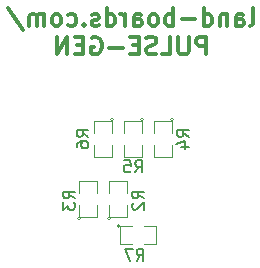
<source format=gbo>
G04 (created by PCBNEW (2013-07-07 BZR 4022)-stable) date 11/2/2014 12:28:19 PM*
%MOIN*%
G04 Gerber Fmt 3.4, Leading zero omitted, Abs format*
%FSLAX34Y34*%
G01*
G70*
G90*
G04 APERTURE LIST*
%ADD10C,0.00590551*%
%ADD11C,0.011811*%
%ADD12C,0.0039*%
G04 APERTURE END LIST*
G54D10*
G54D11*
X13151Y-1239D02*
X13207Y-1210D01*
X13235Y-1154D01*
X13235Y-648D01*
X12673Y-1239D02*
X12673Y-929D01*
X12701Y-873D01*
X12757Y-845D01*
X12869Y-845D01*
X12926Y-873D01*
X12673Y-1210D02*
X12729Y-1239D01*
X12869Y-1239D01*
X12926Y-1210D01*
X12954Y-1154D01*
X12954Y-1098D01*
X12926Y-1042D01*
X12869Y-1014D01*
X12729Y-1014D01*
X12673Y-985D01*
X12391Y-845D02*
X12391Y-1239D01*
X12391Y-901D02*
X12363Y-873D01*
X12307Y-845D01*
X12223Y-845D01*
X12166Y-873D01*
X12138Y-929D01*
X12138Y-1239D01*
X11604Y-1239D02*
X11604Y-648D01*
X11604Y-1210D02*
X11660Y-1239D01*
X11773Y-1239D01*
X11829Y-1210D01*
X11857Y-1182D01*
X11885Y-1126D01*
X11885Y-957D01*
X11857Y-901D01*
X11829Y-873D01*
X11773Y-845D01*
X11660Y-845D01*
X11604Y-873D01*
X11323Y-1014D02*
X10873Y-1014D01*
X10592Y-1239D02*
X10592Y-648D01*
X10592Y-873D02*
X10535Y-845D01*
X10423Y-845D01*
X10367Y-873D01*
X10338Y-901D01*
X10310Y-957D01*
X10310Y-1126D01*
X10338Y-1182D01*
X10367Y-1210D01*
X10423Y-1239D01*
X10535Y-1239D01*
X10592Y-1210D01*
X9973Y-1239D02*
X10029Y-1210D01*
X10057Y-1182D01*
X10085Y-1126D01*
X10085Y-957D01*
X10057Y-901D01*
X10029Y-873D01*
X9973Y-845D01*
X9888Y-845D01*
X9832Y-873D01*
X9804Y-901D01*
X9776Y-957D01*
X9776Y-1126D01*
X9804Y-1182D01*
X9832Y-1210D01*
X9888Y-1239D01*
X9973Y-1239D01*
X9270Y-1239D02*
X9270Y-929D01*
X9298Y-873D01*
X9354Y-845D01*
X9467Y-845D01*
X9523Y-873D01*
X9270Y-1210D02*
X9326Y-1239D01*
X9467Y-1239D01*
X9523Y-1210D01*
X9551Y-1154D01*
X9551Y-1098D01*
X9523Y-1042D01*
X9467Y-1014D01*
X9326Y-1014D01*
X9270Y-985D01*
X8989Y-1239D02*
X8989Y-845D01*
X8989Y-957D02*
X8960Y-901D01*
X8932Y-873D01*
X8876Y-845D01*
X8820Y-845D01*
X8370Y-1239D02*
X8370Y-648D01*
X8370Y-1210D02*
X8426Y-1239D01*
X8539Y-1239D01*
X8595Y-1210D01*
X8623Y-1182D01*
X8651Y-1126D01*
X8651Y-957D01*
X8623Y-901D01*
X8595Y-873D01*
X8539Y-845D01*
X8426Y-845D01*
X8370Y-873D01*
X8117Y-1210D02*
X8061Y-1239D01*
X7948Y-1239D01*
X7892Y-1210D01*
X7864Y-1154D01*
X7864Y-1126D01*
X7892Y-1070D01*
X7948Y-1042D01*
X8032Y-1042D01*
X8089Y-1014D01*
X8117Y-957D01*
X8117Y-929D01*
X8089Y-873D01*
X8032Y-845D01*
X7948Y-845D01*
X7892Y-873D01*
X7611Y-1182D02*
X7583Y-1210D01*
X7611Y-1239D01*
X7639Y-1210D01*
X7611Y-1182D01*
X7611Y-1239D01*
X7076Y-1210D02*
X7133Y-1239D01*
X7245Y-1239D01*
X7301Y-1210D01*
X7329Y-1182D01*
X7358Y-1126D01*
X7358Y-957D01*
X7329Y-901D01*
X7301Y-873D01*
X7245Y-845D01*
X7133Y-845D01*
X7076Y-873D01*
X6739Y-1239D02*
X6795Y-1210D01*
X6823Y-1182D01*
X6851Y-1126D01*
X6851Y-957D01*
X6823Y-901D01*
X6795Y-873D01*
X6739Y-845D01*
X6655Y-845D01*
X6598Y-873D01*
X6570Y-901D01*
X6542Y-957D01*
X6542Y-1126D01*
X6570Y-1182D01*
X6598Y-1210D01*
X6655Y-1239D01*
X6739Y-1239D01*
X6289Y-1239D02*
X6289Y-845D01*
X6289Y-901D02*
X6261Y-873D01*
X6205Y-845D01*
X6120Y-845D01*
X6064Y-873D01*
X6036Y-929D01*
X6036Y-1239D01*
X6036Y-929D02*
X6008Y-873D01*
X5951Y-845D01*
X5867Y-845D01*
X5811Y-873D01*
X5783Y-929D01*
X5783Y-1239D01*
X5080Y-620D02*
X5586Y-1379D01*
X11688Y-2183D02*
X11688Y-1593D01*
X11463Y-1593D01*
X11407Y-1621D01*
X11379Y-1649D01*
X11351Y-1705D01*
X11351Y-1790D01*
X11379Y-1846D01*
X11407Y-1874D01*
X11463Y-1902D01*
X11688Y-1902D01*
X11098Y-1593D02*
X11098Y-2071D01*
X11070Y-2127D01*
X11041Y-2155D01*
X10985Y-2183D01*
X10873Y-2183D01*
X10816Y-2155D01*
X10788Y-2127D01*
X10760Y-2071D01*
X10760Y-1593D01*
X10198Y-2183D02*
X10479Y-2183D01*
X10479Y-1593D01*
X10029Y-2155D02*
X9945Y-2183D01*
X9804Y-2183D01*
X9748Y-2155D01*
X9720Y-2127D01*
X9692Y-2071D01*
X9692Y-2015D01*
X9720Y-1958D01*
X9748Y-1930D01*
X9804Y-1902D01*
X9917Y-1874D01*
X9973Y-1846D01*
X10001Y-1818D01*
X10029Y-1762D01*
X10029Y-1705D01*
X10001Y-1649D01*
X9973Y-1621D01*
X9917Y-1593D01*
X9776Y-1593D01*
X9692Y-1621D01*
X9439Y-1874D02*
X9242Y-1874D01*
X9157Y-2183D02*
X9439Y-2183D01*
X9439Y-1593D01*
X9157Y-1593D01*
X8904Y-1958D02*
X8454Y-1958D01*
X7864Y-1621D02*
X7920Y-1593D01*
X8004Y-1593D01*
X8089Y-1621D01*
X8145Y-1677D01*
X8173Y-1733D01*
X8201Y-1846D01*
X8201Y-1930D01*
X8173Y-2043D01*
X8145Y-2099D01*
X8089Y-2155D01*
X8004Y-2183D01*
X7948Y-2183D01*
X7864Y-2155D01*
X7836Y-2127D01*
X7836Y-1930D01*
X7948Y-1930D01*
X7583Y-1874D02*
X7386Y-1874D01*
X7301Y-2183D02*
X7583Y-2183D01*
X7583Y-1593D01*
X7301Y-1593D01*
X7048Y-2183D02*
X7048Y-1593D01*
X6711Y-2183D01*
X6711Y-1593D01*
G54D12*
X8500Y-7650D02*
G75*
G03X8500Y-7650I-50J0D01*
G74*
G01*
X8450Y-7200D02*
X8450Y-7600D01*
X8450Y-7600D02*
X9050Y-7600D01*
X9050Y-7600D02*
X9050Y-7200D01*
X9050Y-6800D02*
X9050Y-6400D01*
X9050Y-6400D02*
X8450Y-6400D01*
X8450Y-6400D02*
X8450Y-6800D01*
X7500Y-7650D02*
G75*
G03X7500Y-7650I-50J0D01*
G74*
G01*
X7450Y-7200D02*
X7450Y-7600D01*
X7450Y-7600D02*
X8050Y-7600D01*
X8050Y-7600D02*
X8050Y-7200D01*
X8050Y-6800D02*
X8050Y-6400D01*
X8050Y-6400D02*
X7450Y-6400D01*
X7450Y-6400D02*
X7450Y-6800D01*
X10600Y-4350D02*
G75*
G03X10600Y-4350I-50J0D01*
G74*
G01*
X10550Y-4800D02*
X10550Y-4400D01*
X10550Y-4400D02*
X9950Y-4400D01*
X9950Y-4400D02*
X9950Y-4800D01*
X9950Y-5200D02*
X9950Y-5600D01*
X9950Y-5600D02*
X10550Y-5600D01*
X10550Y-5600D02*
X10550Y-5200D01*
X9600Y-4350D02*
G75*
G03X9600Y-4350I-50J0D01*
G74*
G01*
X9550Y-4800D02*
X9550Y-4400D01*
X9550Y-4400D02*
X8950Y-4400D01*
X8950Y-4400D02*
X8950Y-4800D01*
X8950Y-5200D02*
X8950Y-5600D01*
X8950Y-5600D02*
X9550Y-5600D01*
X9550Y-5600D02*
X9550Y-5200D01*
X8600Y-4350D02*
G75*
G03X8600Y-4350I-50J0D01*
G74*
G01*
X8550Y-4800D02*
X8550Y-4400D01*
X8550Y-4400D02*
X7950Y-4400D01*
X7950Y-4400D02*
X7950Y-4800D01*
X7950Y-5200D02*
X7950Y-5600D01*
X7950Y-5600D02*
X8550Y-5600D01*
X8550Y-5600D02*
X8550Y-5200D01*
X8800Y-7900D02*
G75*
G03X8800Y-7900I-50J0D01*
G74*
G01*
X9200Y-7900D02*
X8800Y-7900D01*
X8800Y-7900D02*
X8800Y-8500D01*
X8800Y-8500D02*
X9200Y-8500D01*
X9600Y-8500D02*
X10000Y-8500D01*
X10000Y-8500D02*
X10000Y-7900D01*
X10000Y-7900D02*
X9600Y-7900D01*
G54D10*
X9609Y-6984D02*
X9421Y-6853D01*
X9609Y-6759D02*
X9215Y-6759D01*
X9215Y-6909D01*
X9234Y-6946D01*
X9253Y-6965D01*
X9290Y-6984D01*
X9346Y-6984D01*
X9384Y-6965D01*
X9403Y-6946D01*
X9421Y-6909D01*
X9421Y-6759D01*
X9253Y-7134D02*
X9234Y-7153D01*
X9215Y-7190D01*
X9215Y-7284D01*
X9234Y-7321D01*
X9253Y-7340D01*
X9290Y-7359D01*
X9328Y-7359D01*
X9384Y-7340D01*
X9609Y-7115D01*
X9609Y-7359D01*
X7309Y-6984D02*
X7121Y-6853D01*
X7309Y-6759D02*
X6915Y-6759D01*
X6915Y-6909D01*
X6934Y-6946D01*
X6953Y-6965D01*
X6990Y-6984D01*
X7046Y-6984D01*
X7084Y-6965D01*
X7103Y-6946D01*
X7121Y-6909D01*
X7121Y-6759D01*
X6915Y-7115D02*
X6915Y-7359D01*
X7065Y-7228D01*
X7065Y-7284D01*
X7084Y-7321D01*
X7103Y-7340D01*
X7140Y-7359D01*
X7234Y-7359D01*
X7271Y-7340D01*
X7290Y-7321D01*
X7309Y-7284D01*
X7309Y-7171D01*
X7290Y-7134D01*
X7271Y-7115D01*
X11109Y-4934D02*
X10921Y-4803D01*
X11109Y-4709D02*
X10715Y-4709D01*
X10715Y-4859D01*
X10734Y-4896D01*
X10753Y-4915D01*
X10790Y-4934D01*
X10846Y-4934D01*
X10884Y-4915D01*
X10903Y-4896D01*
X10921Y-4859D01*
X10921Y-4709D01*
X10846Y-5271D02*
X11109Y-5271D01*
X10696Y-5178D02*
X10978Y-5084D01*
X10978Y-5328D01*
X9315Y-6109D02*
X9446Y-5921D01*
X9540Y-6109D02*
X9540Y-5715D01*
X9390Y-5715D01*
X9353Y-5734D01*
X9334Y-5753D01*
X9315Y-5790D01*
X9315Y-5846D01*
X9334Y-5884D01*
X9353Y-5903D01*
X9390Y-5921D01*
X9540Y-5921D01*
X8959Y-5715D02*
X9146Y-5715D01*
X9165Y-5903D01*
X9146Y-5884D01*
X9109Y-5865D01*
X9015Y-5865D01*
X8978Y-5884D01*
X8959Y-5903D01*
X8940Y-5940D01*
X8940Y-6034D01*
X8959Y-6071D01*
X8978Y-6090D01*
X9015Y-6109D01*
X9109Y-6109D01*
X9146Y-6090D01*
X9165Y-6071D01*
X7759Y-4934D02*
X7571Y-4803D01*
X7759Y-4709D02*
X7365Y-4709D01*
X7365Y-4859D01*
X7384Y-4896D01*
X7403Y-4915D01*
X7440Y-4934D01*
X7496Y-4934D01*
X7534Y-4915D01*
X7553Y-4896D01*
X7571Y-4859D01*
X7571Y-4709D01*
X7365Y-5271D02*
X7365Y-5196D01*
X7384Y-5159D01*
X7403Y-5140D01*
X7459Y-5103D01*
X7534Y-5084D01*
X7684Y-5084D01*
X7721Y-5103D01*
X7740Y-5121D01*
X7759Y-5159D01*
X7759Y-5234D01*
X7740Y-5271D01*
X7721Y-5290D01*
X7684Y-5309D01*
X7590Y-5309D01*
X7553Y-5290D01*
X7534Y-5271D01*
X7515Y-5234D01*
X7515Y-5159D01*
X7534Y-5121D01*
X7553Y-5103D01*
X7590Y-5084D01*
X9365Y-9059D02*
X9496Y-8871D01*
X9590Y-9059D02*
X9590Y-8665D01*
X9440Y-8665D01*
X9403Y-8684D01*
X9384Y-8703D01*
X9365Y-8740D01*
X9365Y-8796D01*
X9384Y-8834D01*
X9403Y-8853D01*
X9440Y-8871D01*
X9590Y-8871D01*
X9234Y-8665D02*
X8971Y-8665D01*
X9140Y-9059D01*
M02*

</source>
